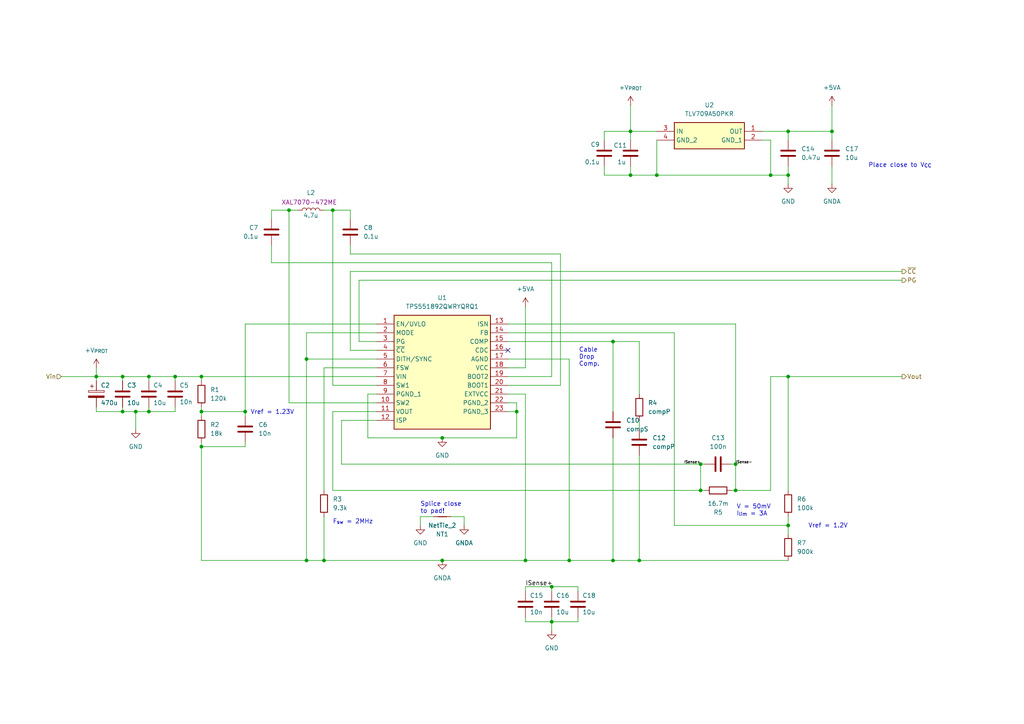
<source format=kicad_sch>
(kicad_sch (version 20250114) (generator "eeschema") (generator_version "9.0")
  (paper "A4")
  (lib_symbols
    (symbol "Device:C" (pin_numbers (hide yes)) (pin_names (offset 0.254))
      (property "Reference" "C" (at 0.635 2.54 0))
      (property "Value" "C" (at 0.635 -2.54 0))
      (symbol "C_0_1"
        (polyline (pts (xy -2.032 0.762) (xy 2.032 0.762)) (stroke (width 0.508)))
        (polyline (pts (xy -2.032 -0.762) (xy 2.032 -0.762)) (stroke (width 0.508)))
      )
      (symbol "C_1_1"
        (pin passive line (at 0 3.81 270) (length 2.794) (name "~") (number "1"))
        (pin passive line (at 0 -3.81 90) (length 2.794) (name "~") (number "2"))
      )
    )
    (symbol "Device:C_Polarized" (pin_numbers (hide yes)) (pin_names (offset 0.254))
      (property "Reference" "C" (at 0.635 2.54 0))
      (property "Value" "C_Polarized" (at 0.635 -2.54 0))
      (symbol "C_Polarized_0_1"
        (rectangle (start -2.286 0.508) (end 2.286 1.016))
        (polyline (pts (xy -1.778 2.286) (xy -0.762 2.286)))
        (polyline (pts (xy -1.27 2.794) (xy -1.27 1.778)))
        (rectangle (start 2.286 -0.508) (end -2.286 -1.016) (fill (type outline)))
      )
      (symbol "C_Polarized_1_1"
        (pin passive line (at 0 3.81 270) (length 2.794) (name "~") (number "1"))
        (pin passive line (at 0 -3.81 90) (length 2.794) (name "~") (number "2"))
      )
    )
    (symbol "Device:L" (pin_numbers (hide yes)) (pin_names (offset 1.016) (hide yes))
      (property "Reference" "L" (at -1.27 0 90))
      (property "Value" "L" (at 1.905 0 90))
      (symbol "L_0_1"
        (arc (start 0 2.54) (mid 0.6323 1.905) (end 0 1.27))
        (arc (start 0 1.27) (mid 0.6323 0.635) (end 0 0))
        (arc (start 0 0) (mid 0.6323 -0.635) (end 0 -1.27))
        (arc (start 0 -1.27) (mid 0.6323 -1.905) (end 0 -2.54))
      )
      (symbol "L_1_1"
        (pin passive line (at 0 3.81 270) (length 1.27) (name "1") (number "1"))
        (pin passive line (at 0 -3.81 90) (length 1.27) (name "2") (number "2"))
      )
    )
    (symbol "Device:NetTie_2" (pin_numbers (hide yes)) (pin_names (offset 0) (hide yes)) (in_bom no)
      (property "Reference" "NT" (at 0 1.27 0))
      (property "Value" "NetTie_2" (at 0 -1.27 0))
      (symbol "NetTie_2_0_1"
        (polyline (pts (xy -1.27 0) (xy 1.27 0)) (stroke (width 0.254)))
      )
      (symbol "NetTie_2_1_1"
        (pin passive line (at -2.54 0 0) (length 2.54) (name "1") (number "1"))
        (pin passive line (at 2.54 0 180) (length 2.54) (name "2") (number "2"))
      )
    )
    (symbol "Device:R" (pin_numbers (hide yes)) (pin_names (offset 0))
      (property "Reference" "R" (at 2.032 0 90))
      (property "Value" "R" (at 0 0 90))
      (symbol "R_0_1"
        (rectangle (start -1.016 -2.54) (end 1.016 2.54) (stroke (width 0.254)))
      )
      (symbol "R_1_1"
        (pin passive line (at 0 3.81 270) (length 1.27) (name "~") (number "1"))
        (pin passive line (at 0 -3.81 90) (length 1.27) (name "~") (number "2"))
      )
    )
    (symbol "SamacSys:TLV70950PKR"
      (property "Reference" "IC" (at 26.67 7.62 0))
      (property "Value" "TLV70950PKR" (at 26.67 5.08 0))
      (symbol "TLV70950PKR_1_1"
        (rectangle (start 5.08 2.54) (end 25.4 -5.08) (stroke (width 0.254)) (fill (type background)))
        (pin passive line (at 0 0 0) (length 5.08) (name "OUT") (number "1"))
        (pin passive line (at 0 -2.54 0) (length 5.08) (name "GND_1") (number "2"))
        (pin passive line (at 30.48 0 180) (length 5.08) (name "IN") (number "3"))
        (pin passive line (at 30.48 -2.54 180) (length 5.08) (name "GND_2") (number "4"))
      )
    )
    (symbol "SamacSys:TPS551892QWRYQRQ1"
      (property "Reference" "IC" (at 34.29 7.62 0))
      (property "Value" "TPS551892QWRYQRQ1" (at 34.29 5.08 0))
      (symbol "TPS551892QWRYQRQ1_1_1"
        (rectangle (start 5.08 2.54) (end 33.02 -30.48) (stroke (width 0.254)) (fill (type background)))
        (pin passive line (at 0 0 0) (length 5.08) (name "EN/UVLO") (number "1"))
        (pin passive line (at 0 -2.54 0) (length 5.08) (name "MODE") (number "2"))
        (pin passive line (at 0 -5.08 0) (length 5.08) (name "PG") (number "3"))
        (pin passive line (at 0 -7.62 0) (length 5.08) (name "~{CC}") (number "4"))
        (pin passive line (at 0 -10.16 0) (length 5.08) (name "DITH/SYNC") (number "5"))
        (pin passive line (at 0 -12.7 0) (length 5.08) (name "FSW") (number "6"))
        (pin passive line (at 0 -15.24 0) (length 5.08) (name "VIN") (number "7"))
        (pin passive line (at 0 -17.78 0) (length 5.08) (name "SW1") (number "8"))
        (pin passive line (at 0 -20.32 0) (length 5.08) (name "PGND_1") (number "9"))
        (pin passive line (at 0 -22.86 0) (length 5.08) (name "SW2") (number "10"))
        (pin passive line (at 0 -25.4 0) (length 5.08) (name "VOUT") (number "11"))
        (pin passive line (at 0 -27.94 0) (length 5.08) (name "ISP") (number "12"))
        (pin passive line (at 38.1 0 180) (length 5.08) (name "ISN") (number "13"))
        (pin passive line (at 38.1 -2.54 180) (length 5.08) (name "FB") (number "14"))
        (pin passive line (at 38.1 -5.08 180) (length 5.08) (name "COMP") (number "15"))
        (pin passive line (at 38.1 -7.62 180) (length 5.08) (name "CDC") (number "16"))
        (pin passive line (at 38.1 -10.16 180) (length 5.08) (name "AGND") (number "17"))
        (pin passive line (at 38.1 -12.7 180) (length 5.08) (name "VCC") (number "18"))
        (pin passive line (at 38.1 -15.24 180) (length 5.08) (name "BOOT2") (number "19"))
        (pin passive line (at 38.1 -17.78 180) (length 5.08) (name "BOOT1") (number "20"))
        (pin passive line (at 38.1 -20.32 180) (length 5.08) (name "EXTVCC") (number "21"))
        (pin passive line (at 38.1 -22.86 180) (length 5.08) (name "PGND_2") (number "22"))
        (pin passive line (at 38.1 -25.4 180) (length 5.08) (name "PGND_3") (number "23"))
      )
    )
    (symbol "power:+5VA" (power) (pin_numbers (hide yes)) (pin_names (offset 0) (hide yes))
      (property "Value" "+5VA" (at 0 3.556 0))
      (symbol "+5VA_0_1"
        (polyline (pts (xy -0.762 1.27) (xy 0 2.54)))
        (polyline (pts (xy 0 2.54) (xy 0.762 1.27)))
        (polyline (pts (xy 0 0) (xy 0 2.54)))
      )
      (symbol "+5VA_1_1"
        (pin power_in line (at 0 0 90) (length 0) (name "~") (number "1"))
      )
    )
    (symbol "power:GND" (power) (pin_numbers (hide yes)) (pin_names (offset 0) (hide yes))
      (property "Value" "GND" (at 0 -3.81 0))
      (symbol "GND_0_1"
        (polyline (pts (xy 0 0) (xy 0 -1.27) (xy 1.27 -1.27) (xy 0 -2.54) (xy -1.27 -1.27) (xy 0 -1.27)))
      )
      (symbol "GND_1_1"
        (pin power_in line (at 0 0 270) (length 0) (name "~") (number "1"))
      )
    )
    (symbol "power:VCC" (power) (pin_numbers (hide yes)) (pin_names (offset 0) (hide yes))
      (property "Value" "VCC" (at 0 3.556 0))
      (symbol "VCC_0_1"
        (polyline (pts (xy -0.762 1.27) (xy 0 2.54)))
        (polyline (pts (xy 0 2.54) (xy 0.762 1.27)))
        (polyline (pts (xy 0 0) (xy 0 2.54)))
      )
      (symbol "VCC_1_1"
        (pin power_in line (at 0 0 90) (length 0) (name "~") (number "1"))
      )
    )
  )
  (text "Splice close\nto pad!" (at 121.92 147.32 0) (effects (font (size 1.27 1.27)) (justify left)))
  (text "F_{sw} = 2MHz" (at 102.362 151.384 0) (effects (font (size 1.27 1.27))))
  (text "V = 50mV\nI_{lim} = 3A" (at 213.614 146.304 0) (effects (font (size 1.27 1.27)) (justify left top)))
  (text "Vref = 1.2V" (at 240.1704 152.5704 0) (effects (font (size 1.27 1.27))))
  (text "Cable\nDrop\nComp." (at 167.894 100.838 0) (effects (font (size 1.27 1.27)) (justify left top)))
  (text "Place close to V_{CC}" (at 251.841 48.006 0) (effects (font (size 1.27 1.27)) (justify left)))
  (text "Vref = 1.23V" (at 78.994 119.634 0) (effects (font (size 1.27 1.27))))
  (junction (at 160.02 180.34))
  (junction (at 228.6 152.4))
  (junction (at 213.36 134.62))
  (junction (at 35.56 109.22))
  (junction (at 58.42 129.54))
  (junction (at 39.37 119.38))
  (junction (at 149.86 119.38))
  (junction (at 203.2 134.62))
  (junction (at 182.88 50.8))
  (junction (at 71.12 119.38))
  (junction (at 177.8 99.06))
  (junction (at 43.18 109.22))
  (junction (at 83.82 60.96))
  (junction (at 128.27 127))
  (junction (at 152.4 162.56))
  (junction (at 185.42 162.56))
  (junction (at 177.8 162.56))
  (junction (at 27.94 109.22))
  (junction (at 228.6 50.8))
  (junction (at 223.52 50.8))
  (junction (at 160.02 170.18))
  (junction (at 88.9 104.14))
  (junction (at 58.42 109.22))
  (junction (at 128.27 162.56))
  (junction (at 58.42 119.38))
  (junction (at 50.8 109.22))
  (junction (at 35.56 119.38))
  (junction (at 43.18 119.38))
  (junction (at 203.2 142.24))
  (junction (at 228.6 109.22))
  (junction (at 93.98 162.56))
  (junction (at 88.9 162.56))
  (junction (at 96.52 60.96))
  (junction (at 165.1 162.56))
  (junction (at 190.5 50.8))
  (junction (at 213.36 142.24))
  (junction (at 182.88 38.1))
  (junction (at 241.3 38.1))
  (junction (at 228.6 38.1))
  (no_connect (at 147.32 101.6))
  (wire (pts (xy 50.8 109.22) (xy 58.42 109.22)))
  (wire (pts (xy 190.5 50.8) (xy 223.52 50.8)))
  (wire (pts (xy 109.22 111.76) (xy 96.52 111.76)))
  (wire (pts (xy 96.52 119.38) (xy 96.52 142.24)))
  (wire (pts (xy 175.26 48.26) (xy 175.26 50.8)))
  (wire (pts (xy 213.36 93.98) (xy 213.36 134.62)))
  (wire (pts (xy 109.22 96.52) (xy 88.9 96.52)))
  (wire (pts (xy 228.6 48.26) (xy 228.6 50.8)))
  (wire (pts (xy 195.58 96.52) (xy 195.58 152.4)))
  (wire (pts (xy 165.1 104.14) (xy 165.1 162.56)))
  (wire (pts (xy 71.12 129.54) (xy 58.42 129.54)))
  (wire (pts (xy 185.42 121.92) (xy 185.42 124.46)))
  (wire (pts (xy 147.32 96.52) (xy 195.58 96.52)))
  (wire (pts (xy 152.4 170.18) (xy 160.02 170.18)))
  (wire (pts (xy 228.6 53.34) (xy 228.6 50.8)))
  (wire (pts (xy 162.56 73.66) (xy 162.56 111.76)))
  (wire (pts (xy 99.06 134.62) (xy 203.2 134.62)))
  (wire (pts (xy 58.42 118.11) (xy 58.42 119.38)))
  (wire (pts (xy 93.98 60.96) (xy 96.52 60.96)))
  (wire (pts (xy 109.22 93.98) (xy 71.12 93.98)))
  (wire (pts (xy 220.98 40.64) (xy 223.52 40.64)))
  (wire (pts (xy 175.26 38.1) (xy 175.26 40.64)))
  (wire (pts (xy 152.4 180.34) (xy 160.02 180.34)))
  (wire (pts (xy 101.6 71.12) (xy 101.6 73.66)))
  (wire (pts (xy 160.02 170.18) (xy 167.64 170.18)))
  (wire (pts (xy 78.74 63.5) (xy 78.74 60.96)))
  (wire (pts (xy 101.6 63.5) (xy 101.6 60.96)))
  (wire (pts (xy 17.78 109.22) (xy 27.94 109.22)))
  (wire (pts (xy 128.27 162.56) (xy 152.4 162.56)))
  (wire (pts (xy 223.52 40.64) (xy 223.52 50.8)))
  (wire (pts (xy 182.88 48.26) (xy 182.88 50.8)))
  (wire (pts (xy 228.6 162.56) (xy 185.42 162.56)))
  (wire (pts (xy 121.92 149.86) (xy 121.92 152.4)))
  (wire (pts (xy 88.9 104.14) (xy 88.9 162.56)))
  (wire (pts (xy 228.6 109.22) (xy 228.6 142.24)))
  (wire (pts (xy 71.12 128.27) (xy 71.12 129.54)))
  (wire (pts (xy 109.22 106.68) (xy 93.98 106.68)))
  (wire (pts (xy 152.4 170.18) (xy 152.4 171.45)))
  (wire (pts (xy 223.52 109.22) (xy 228.6 109.22)))
  (wire (pts (xy 50.8 118.11) (xy 50.8 119.38)))
  (wire (pts (xy 43.18 118.11) (xy 43.18 119.38)))
  (wire (pts (xy 228.6 109.22) (xy 261.62 109.22)))
  (wire (pts (xy 130.81 149.86) (xy 134.62 149.86)))
  (wire (pts (xy 147.32 106.68) (xy 152.4 106.68)))
  (wire (pts (xy 212.09 142.24) (xy 213.36 142.24)))
  (wire (pts (xy 128.27 127) (xy 106.68 127)))
  (wire (pts (xy 160.02 179.07) (xy 160.02 180.34)))
  (wire (pts (xy 177.8 127) (xy 177.8 162.56)))
  (wire (pts (xy 93.98 149.86) (xy 93.98 162.56)))
  (wire (pts (xy 78.74 60.96) (xy 83.82 60.96)))
  (wire (pts (xy 213.36 142.24) (xy 223.52 142.24)))
  (wire (pts (xy 35.56 119.38) (xy 27.94 119.38)))
  (wire (pts (xy 109.22 121.92) (xy 99.06 121.92)))
  (wire (pts (xy 228.6 149.86) (xy 228.6 152.4)))
  (wire (pts (xy 160.02 180.34) (xy 167.64 180.34)))
  (wire (pts (xy 109.22 99.06) (xy 104.14 99.06)))
  (wire (pts (xy 78.74 76.2) (xy 160.02 76.2)))
  (wire (pts (xy 223.52 50.8) (xy 228.6 50.8)))
  (wire (pts (xy 177.8 99.06) (xy 177.8 119.38)))
  (wire (pts (xy 228.6 38.1) (xy 241.3 38.1)))
  (wire (pts (xy 96.52 60.96) (xy 96.52 111.76)))
  (wire (pts (xy 147.32 104.14) (xy 165.1 104.14)))
  (wire (pts (xy 149.86 116.84) (xy 149.86 119.38)))
  (wire (pts (xy 134.62 152.4) (xy 134.62 149.86)))
  (wire (pts (xy 93.98 162.56) (xy 128.27 162.56)))
  (wire (pts (xy 228.6 38.1) (xy 228.6 40.64)))
  (wire (pts (xy 147.32 119.38) (xy 149.86 119.38)))
  (wire (pts (xy 177.8 162.56) (xy 185.42 162.56)))
  (wire (pts (xy 35.56 109.22) (xy 35.56 110.49)))
  (wire (pts (xy 88.9 162.56) (xy 93.98 162.56)))
  (wire (pts (xy 39.37 119.38) (xy 43.18 119.38)))
  (wire (pts (xy 106.68 114.3) (xy 106.68 127)))
  (wire (pts (xy 220.98 38.1) (xy 228.6 38.1)))
  (wire (pts (xy 147.32 99.06) (xy 177.8 99.06)))
  (wire (pts (xy 35.56 109.22) (xy 43.18 109.22)))
  (wire (pts (xy 101.6 73.66) (xy 162.56 73.66)))
  (wire (pts (xy 58.42 162.56) (xy 88.9 162.56)))
  (wire (pts (xy 182.88 50.8) (xy 190.5 50.8)))
  (wire (pts (xy 152.4 179.07) (xy 152.4 180.34)))
  (wire (pts (xy 43.18 119.38) (xy 50.8 119.38)))
  (wire (pts (xy 104.14 99.06) (xy 104.14 81.28)))
  (wire (pts (xy 212.09 134.62) (xy 213.36 134.62)))
  (wire (pts (xy 101.6 78.74) (xy 101.6 101.6)))
  (wire (pts (xy 39.37 119.38) (xy 39.37 124.46)))
  (wire (pts (xy 160.02 76.2) (xy 160.02 109.22)))
  (wire (pts (xy 101.6 60.96) (xy 96.52 60.96)))
  (wire (pts (xy 167.64 170.18) (xy 167.64 171.45)))
  (wire (pts (xy 203.2 134.62) (xy 203.2 142.24)))
  (wire (pts (xy 71.12 93.98) (xy 71.12 119.38)))
  (wire (pts (xy 190.5 40.64) (xy 190.5 50.8)))
  (wire (pts (xy 58.42 129.54) (xy 58.42 162.56)))
  (wire (pts (xy 241.3 30.48) (xy 241.3 38.1)))
  (wire (pts (xy 160.02 170.18) (xy 160.02 171.45)))
  (wire (pts (xy 160.02 109.22) (xy 147.32 109.22)))
  (wire (pts (xy 58.42 119.38) (xy 58.42 120.65)))
  (wire (pts (xy 160.02 182.88) (xy 160.02 180.34)))
  (wire (pts (xy 99.06 121.92) (xy 99.06 134.62)))
  (wire (pts (xy 83.82 60.96) (xy 86.36 60.96)))
  (wire (pts (xy 152.4 114.3) (xy 152.4 162.56)))
  (wire (pts (xy 149.86 127) (xy 128.27 127)))
  (wire (pts (xy 35.56 118.11) (xy 35.56 119.38)))
  (wire (pts (xy 147.32 93.98) (xy 213.36 93.98)))
  (wire (pts (xy 35.56 119.38) (xy 39.37 119.38)))
  (wire (pts (xy 213.36 134.62) (xy 213.36 142.24)))
  (wire (pts (xy 241.3 48.26) (xy 241.3 53.34)))
  (wire (pts (xy 88.9 96.52) (xy 88.9 104.14)))
  (wire (pts (xy 104.14 81.28) (xy 261.62 81.28)))
  (wire (pts (xy 43.18 109.22) (xy 50.8 109.22)))
  (wire (pts (xy 149.86 119.38) (xy 149.86 127)))
  (wire (pts (xy 152.4 88.9) (xy 152.4 106.68)))
  (wire (pts (xy 175.26 38.1) (xy 182.88 38.1)))
  (wire (pts (xy 58.42 109.22) (xy 109.22 109.22)))
  (wire (pts (xy 147.32 114.3) (xy 152.4 114.3)))
  (wire (pts (xy 58.42 109.22) (xy 58.42 110.49)))
  (wire (pts (xy 185.42 114.3) (xy 185.42 99.06)))
  (wire (pts (xy 203.2 134.62) (xy 204.47 134.62)))
  (wire (pts (xy 228.6 152.4) (xy 228.6 154.94)))
  (wire (pts (xy 27.94 118.11) (xy 27.94 119.38)))
  (wire (pts (xy 71.12 119.38) (xy 71.12 120.65)))
  (wire (pts (xy 50.8 109.22) (xy 50.8 110.49)))
  (wire (pts (xy 241.3 38.1) (xy 241.3 40.64)))
  (wire (pts (xy 78.74 71.12) (xy 78.74 76.2)))
  (wire (pts (xy 182.88 38.1) (xy 182.88 40.64)))
  (wire (pts (xy 27.94 109.22) (xy 35.56 109.22)))
  (wire (pts (xy 167.64 179.07) (xy 167.64 180.34)))
  (wire (pts (xy 223.52 142.24) (xy 223.52 109.22)))
  (wire (pts (xy 101.6 101.6) (xy 109.22 101.6)))
  (wire (pts (xy 109.22 114.3) (xy 106.68 114.3)))
  (wire (pts (xy 185.42 99.06) (xy 177.8 99.06)))
  (wire (pts (xy 121.92 149.86) (xy 125.73 149.86)))
  (wire (pts (xy 190.5 38.1) (xy 182.88 38.1)))
  (wire (pts (xy 58.42 128.27) (xy 58.42 129.54)))
  (wire (pts (xy 147.32 116.84) (xy 149.86 116.84)))
  (wire (pts (xy 203.2 142.24) (xy 204.47 142.24)))
  (wire (pts (xy 162.56 111.76) (xy 147.32 111.76)))
  (wire (pts (xy 165.1 162.56) (xy 177.8 162.56)))
  (wire (pts (xy 96.52 142.24) (xy 203.2 142.24)))
  (wire (pts (xy 109.22 116.84) (xy 83.82 116.84)))
  (wire (pts (xy 152.4 162.56) (xy 165.1 162.56)))
  (wire (pts (xy 58.42 119.38) (xy 71.12 119.38)))
  (wire (pts (xy 195.58 152.4) (xy 228.6 152.4)))
  (wire (pts (xy 175.26 50.8) (xy 182.88 50.8)))
  (wire (pts (xy 83.82 60.96) (xy 83.82 116.84)))
  (wire (pts (xy 93.98 106.68) (xy 93.98 142.24)))
  (wire (pts (xy 109.22 104.14) (xy 88.9 104.14)))
  (wire (pts (xy 182.88 30.48) (xy 182.88 38.1)))
  (wire (pts (xy 185.42 132.08) (xy 185.42 162.56)))
  (wire (pts (xy 27.94 106.68) (xy 27.94 109.22)))
  (wire (pts (xy 109.22 119.38) (xy 96.52 119.38)))
  (wire (pts (xy 261.62 78.74) (xy 101.6 78.74)))
  (wire (pts (xy 27.94 109.22) (xy 27.94 110.49)))
  (wire (pts (xy 43.18 109.22) (xy 43.18 110.49)))
  (label "ISense+" (at 152.4 170.18 0))
  (label "ISense-" (at 213.36 134.62 0) (effects (font (size 0.762 0.762))))
  (label "ISense+" (at 203.2 134.62 180) (effects (font (size 0.762 0.762))))
  (hierarchical_label "~{CC}" (shape output) (at 261.62 78.74 0))
  (hierarchical_label "Vin" (shape input) (at 17.78 109.22 180))
  (hierarchical_label "Vout" (shape output) (at 261.62 109.22 0))
  (hierarchical_label "PG" (shape output) (at 261.62 81.28 0))
  (symbol (lib_id "Device:R") (at 185.42 118.11 0) (unit 1)
    (property "Reference" "R4" (at 187.96 116.8399 0) (effects (justify left)))
    (property "Value" "compP" (at 187.96 119.3799 0) (effects (justify left)))
    (property "Footprint" "Resistor_SMD:R_0603_1608Metric" (effects (hide yes)))
    (property "Description" "Resistor" (effects (hide yes)))
  )
  (symbol (lib_id "Device:C") (at 160.02 175.26 180) (unit 1)
    (property "Reference" "C16" (at 161.29 172.72 0) (effects (justify right)))
    (property "Value" "10u" (at 161.29 177.546 0) (effects (justify right)))
    (property "Footprint" "Capacitor_SMD:C_0805_2012Metric" (effects (hide yes)))
    (property "Description" "Unpolarized capacitor" (effects (hide yes)))
  )
  (symbol (lib_id "power:+5VA") (at 152.4 88.9 0) (unit 1)
    (property "Reference" "#PWR014" (effects (hide yes)))
    (property "Value" "+5VA" (at 152.4 83.82 0))
    (property "Description" "Power symbol creates a global label with name \"+5VA\"" (effects (hide yes)))
  )
  (symbol (lib_id "Device:C") (at 152.4 175.26 180) (unit 1)
    (property "Reference" "C15" (at 153.67 172.72 0) (effects (justify right)))
    (property "Value" "10n" (at 153.67 177.546 0) (effects (justify right)))
    (property "Footprint" "Capacitor_SMD:C_0603_1608Metric" (effects (hide yes)))
    (property "Description" "Unpolarized capacitor" (effects (hide yes)))
  )
  (symbol (lib_id "Device:R") (at 208.28 142.24 270) (unit 1)
    (property "Reference" "R5" (at 208.28 148.59 90))
    (property "Value" "16.7m" (at 208.28 146.05 90))
    (property "Footprint" "Resistor_SMD:R_2512_6332Metric" (effects (hide yes)))
    (property "Description" "Resistor" (effects (hide yes)))
  )
  (symbol (lib_id "power:VCC") (at 27.94 106.68 0) (unit 1)
    (property "Reference" "#PWR08" (effects (hide yes)))
    (property "Value" "+V_{PROT}" (at 27.94 101.6 0))
    (property "Description" "Power symbol creates a global label with name \"VCC\"" (effects (hide yes)))
  )
  (symbol (lib_id "Device:C") (at 177.8 123.19 180) (unit 1)
    (property "Reference" "C10" (at 181.61 121.9199 0) (effects (justify right)))
    (property "Value" "compS" (at 181.61 124.4599 0) (effects (justify right)))
    (property "Footprint" "Capacitor_SMD:C_0603_1608Metric" (effects (hide yes)))
    (property "Description" "Unpolarized capacitor" (effects (hide yes)))
  )
  (symbol (lib_id "Device:C") (at 241.3 44.45 180) (unit 1)
    (property "Reference" "C17" (at 245.11 43.1799 0) (effects (justify right)))
    (property "Value" "10u" (at 245.11 45.7199 0) (effects (justify right)))
    (property "Footprint" "Capacitor_SMD:C_0805_2012Metric" (effects (hide yes)))
    (property "Description" "Unpolarized capacitor" (effects (hide yes)))
  )
  (symbol (lib_id "Device:C") (at 71.12 124.46 180) (unit 1)
    (property "Reference" "C6" (at 74.93 123.1899 0) (effects (justify right)))
    (property "Value" "10n" (at 74.93 125.7299 0) (effects (justify right)))
    (property "Footprint" "Capacitor_SMD:C_0603_1608Metric" (effects (hide yes)))
    (property "Description" "Unpolarized capacitor" (effects (hide yes)))
  )
  (symbol (lib_id "Device:R") (at 228.6 146.05 0) (unit 1)
    (property "Reference" "R6" (at 231.14 144.7799 0) (effects (justify left)))
    (property "Value" "100k" (at 231.14 147.3199 0) (effects (justify left)))
    (property "Footprint" "Resistor_SMD:R_0603_1608Metric" (effects (hide yes)))
    (property "Description" "Resistor" (effects (hide yes)))
  )
  (symbol (lib_id "Device:NetTie_2") (at 128.27 149.86 0) (unit 1) (in_bom no)
    (property "Reference" "NT1" (at 128.27 154.94 0))
    (property "Value" "NetTie_2" (at 128.27 152.4 0))
    (property "Footprint" "SUFST:NetTie_2mm_square" (effects (hide yes)))
    (property "Description" "Net tie, 2 pins" (effects (hide yes)))
  )
  (symbol (lib_id "power:GND") (at 228.6 53.34 0) (unit 1)
    (property "Reference" "#PWR018" (effects (hide yes)))
    (property "Value" "GND" (at 228.6 58.42 0))
    (property "Description" "Power symbol creates a global label with name \"GND\" , ground" (effects (hide yes)))
  )
  (symbol (lib_id "SamacSys:TPS551892QWRYQRQ1") (at 109.22 93.98 0) (unit 1)
    (property "Reference" "U1" (at 128.27 86.36 0))
    (property "Value" "TPS551892QWRYQRQ1" (at 128.27 88.9 0))
    (property "Footprint" "SamacSys:TPS552892QWRYQRQ1" (effects (hide yes)))
    (property "Datasheet" "https://www.ti.com/lit/ds/symlink/tps551892-q1.pdf?ts=1728154723840&ref_url=https%253A%252F%252Fwww.ti.com%252Fpower-management%252Facdc-dcdc-converters%252Fproducts.html" (effects (hide yes)))
    (property "Description" "Switching Voltage Regulators Automotive, 27V 8A fully integrated buck-boost converter" (effects (hide yes)))
    (property "Height" "1" (effects (hide yes)))
    (property "Mouser Part Number" "595-TPS551892QWRYRQ1" (effects (hide yes)))
    (property "Mouser Price/Stock" "https://www.mouser.co.uk/ProductDetail/Texas-Instruments/TPS551892QWRYQRQ1?qs=IKkN%2F947nfCgm0ctjvhMqQ%3D%3D" (effects (hide yes)))
    (property "Manufacturer_Name" "Texas Instruments" (effects (hide yes)))
    (property "Manufacturer_Part_Number" "TPS551892QWRYQRQ1" (effects (hide yes)))
  )
  (symbol (lib_id "Device:C") (at 208.28 134.62 270) (unit 1)
    (property "Reference" "C13" (at 208.28 127 90))
    (property "Value" "100n" (at 208.28 129.54 90))
    (property "Footprint" "Capacitor_SMD:C_0603_1608Metric" (effects (hide yes)))
    (property "Description" "Unpolarized capacitor" (effects (hide yes)))
  )
  (symbol (lib_id "Device:R") (at 58.42 114.3 0) (unit 1)
    (property "Reference" "R1" (at 60.96 113.0299 0) (effects (justify left)))
    (property "Value" "120k" (at 60.96 115.5699 0) (effects (justify left)))
    (property "Footprint" "Resistor_SMD:R_0603_1608Metric" (effects (hide yes)))
    (property "Description" "Resistor" (effects (hide yes)))
  )
  (symbol (lib_id "power:VCC") (at 182.88 30.48 0) (unit 1)
    (property "Reference" "#PWR015" (effects (hide yes)))
    (property "Value" "+V_{PROT}" (at 182.88 25.4 0))
    (property "Description" "Power symbol creates a global label with name \"VCC\"" (effects (hide yes)))
  )
  (symbol (lib_id "power:GND") (at 241.3 53.34 0) (unit 1)
    (property "Reference" "#PWR019" (effects (hide yes)))
    (property "Value" "GNDA" (at 241.3 58.42 0))
    (property "Description" "Power symbol creates a global label with name \"GND\" , ground" (effects (hide yes)))
  )
  (symbol (lib_id "power:GND") (at 134.62 152.4 0) (unit 1)
    (property "Reference" "#PWR013" (effects (hide yes)))
    (property "Value" "GNDA" (at 134.62 157.48 0))
    (property "Description" "Power symbol creates a global label with name \"GND\" , ground" (effects (hide yes)))
  )
  (symbol (lib_id "power:GND") (at 128.27 127 0) (unit 1)
    (property "Reference" "#PWR011" (effects (hide yes)))
    (property "Value" "GND" (at 128.27 132.08 0))
    (property "Description" "Power symbol creates a global label with name \"GND\" , ground" (effects (hide yes)))
  )
  (symbol (lib_id "power:GND") (at 121.92 152.4 0) (unit 1)
    (property "Reference" "#PWR010" (effects (hide yes)))
    (property "Value" "GND" (at 121.92 157.48 0))
    (property "Description" "Power symbol creates a global label with name \"GND\" , ground" (effects (hide yes)))
  )
  (symbol (lib_id "Device:C") (at 78.74 67.31 0) (mirror x) (unit 1)
    (property "Reference" "C7" (at 74.93 66.0399 0) (effects (justify right)))
    (property "Value" "0.1u" (at 74.93 68.5799 0) (effects (justify right)))
    (property "Footprint" "Capacitor_SMD:C_0603_1608Metric" (effects (hide yes)))
    (property "Description" "Unpolarized capacitor" (effects (hide yes)))
  )
  (symbol (lib_id "Device:C") (at 182.88 44.45 0) (mirror x) (unit 1)
    (property "Reference" "C11" (at 181.864 42.164 0) (effects (justify right)))
    (property "Value" "1u" (at 181.61 46.99 0) (effects (justify right)))
    (property "Footprint" "Capacitor_SMD:C_0603_1608Metric" (effects (hide yes)))
    (property "Description" "Unpolarized capacitor" (effects (hide yes)))
  )
  (symbol (lib_id "power:+5VA") (at 241.3 30.48 0) (unit 1)
    (property "Reference" "#PWR017" (effects (hide yes)))
    (property "Value" "+5VA" (at 241.3 25.4 0))
    (property "Description" "Power symbol creates a global label with name \"+5VA\"" (effects (hide yes)))
  )
  (symbol (lib_id "Device:C") (at 228.6 44.45 180) (unit 1)
    (property "Reference" "C14" (at 232.41 43.1799 0) (effects (justify right)))
    (property "Value" "0.47u" (at 232.41 45.7199 0) (effects (justify right)))
    (property "Footprint" "Capacitor_SMD:C_0603_1608Metric" (effects (hide yes)))
    (property "Description" "Unpolarized capacitor" (effects (hide yes)))
  )
  (symbol (lib_id "Device:C") (at 185.42 128.27 180) (unit 1)
    (property "Reference" "C12" (at 189.23 126.9999 0) (effects (justify right)))
    (property "Value" "compP" (at 189.23 129.5399 0) (effects (justify right)))
    (property "Footprint" "Capacitor_SMD:C_0603_1608Metric" (effects (hide yes)))
    (property "Description" "Unpolarized capacitor" (effects (hide yes)))
  )
  (symbol (lib_id "Device:C") (at 50.8 114.3 180) (unit 1)
    (property "Reference" "C5" (at 52.07 111.76 0) (effects (justify right)))
    (property "Value" "10n" (at 52.07 116.586 0) (effects (justify right)))
    (property "Footprint" "Capacitor_SMD:C_0603_1608Metric" (effects (hide yes)))
    (property "Description" "Unpolarized capacitor" (effects (hide yes)))
  )
  (symbol (lib_id "SamacSys:TLV70950PKR") (at 220.98 38.1 0) (mirror y) (unit 1)
    (property "Reference" "U2" (at 205.74 30.48 0))
    (property "Value" "TLV709A50PKR" (at 205.74 33.02 0))
    (property "Footprint" "SamacSys:TL431AQPKG3" (effects (hide yes)))
    (property "Datasheet" "https://www.ti.com/lit/gpn/tlv709" (effects (hide yes)))
    (property "Description" "LDO Voltage Regulators 150-mA 30-V low-dropout (LDO) linear regulator with 3.2- A supply current" (effects (hide yes)))
    (property "Height" "1.6" (effects (hide yes)))
    (property "Mouser Part Number" "595-TLV70950PKR" (effects (hide yes)))
    (property "Mouser Price/Stock" "https://www.mouser.co.uk/ProductDetail/Texas-Instruments/TLV70950PKR?qs=dbcCsuKDzFU3yYGsVf2izQ%3D%3D" (effects (hide yes)))
    (property "Manufacturer_Name" "Texas Instruments" (effects (hide yes)))
    (property "Manufacturer_Part_Number" "TLV70950PKR" (effects (hide yes)))
  )
  (symbol (lib_id "Device:C") (at 175.26 44.45 0) (mirror x) (unit 1)
    (property "Reference" "C9" (at 173.99 41.91 0) (effects (justify right)))
    (property "Value" "0.1u" (at 173.99 46.99 0) (effects (justify right)))
    (property "Footprint" "Capacitor_SMD:C_0603_1608Metric" (effects (hide yes)))
    (property "Description" "Unpolarized capacitor" (effects (hide yes)))
  )
  (symbol (lib_id "Device:C_Polarized") (at 27.94 114.3 0) (unit 1)
    (property "Reference" "C2" (at 29.21 111.76 0) (effects (justify left)))
    (property "Value" "470u" (at 29.21 116.84 0) (effects (justify left)))
    (property "Footprint" "Capacitor_THT:CP_Radial_D10.0mm_P5.00mm" (effects (hide yes)))
    (property "Description" "Polarized capacitor" (effects (hide yes)))
  )
  (symbol (lib_id "Device:C") (at 43.18 114.3 180) (unit 1)
    (property "Reference" "C4" (at 44.45 111.76 0) (effects (justify right)))
    (property "Value" "10u" (at 44.45 116.84 0) (effects (justify right)))
    (property "Footprint" "Capacitor_SMD:C_0805_2012Metric" (effects (hide yes)))
    (property "Description" "Unpolarized capacitor" (effects (hide yes)))
  )
  (symbol (lib_id "Device:R") (at 93.98 146.05 0) (unit 1)
    (property "Reference" "R3" (at 96.52 144.7799 0) (effects (justify left)))
    (property "Value" "9.3k" (at 96.52 147.3199 0) (effects (justify left)))
    (property "Footprint" "Resistor_SMD:R_0603_1608Metric" (effects (hide yes)))
    (property "Description" "Resistor" (effects (hide yes)))
  )
  (symbol (lib_id "Device:C") (at 35.56 114.3 180) (unit 1)
    (property "Reference" "C3" (at 36.83 111.76 0) (effects (justify right)))
    (property "Value" "10u" (at 36.83 116.84 0) (effects (justify right)))
    (property "Footprint" "Capacitor_SMD:C_0805_2012Metric" (effects (hide yes)))
    (property "Description" "Unpolarized capacitor" (effects (hide yes)))
  )
  (symbol (lib_id "power:GND") (at 39.37 124.46 0) (unit 1)
    (property "Reference" "#PWR09" (effects (hide yes)))
    (property "Value" "GND" (at 39.37 129.54 0))
    (property "Description" "Power symbol creates a global label with name \"GND\" , ground" (effects (hide yes)))
  )
  (symbol (lib_id "power:GND") (at 128.27 162.56 0) (unit 1)
    (property "Reference" "#PWR012" (effects (hide yes)))
    (property "Value" "GNDA" (at 128.27 167.64 0))
    (property "Description" "Power symbol creates a global label with name \"GND\" , ground" (effects (hide yes)))
  )
  (symbol (lib_id "Device:L") (at 90.17 60.96 90) (unit 1)
    (property "Reference" "L2" (at 90.17 55.88 90))
    (property "Value" "4.7u" (at 90.17 62.484 90))
    (property "Footprint" "Inductor_SMD:L_Coilcraft_XAL7070-XXX" (effects (hide yes)))
    (property "Description" "Inductor" (effects (hide yes)))
    (property "P/N" "XAL7070-472ME " (at 90.17 58.674 90))
  )
  (symbol (lib_id "power:GND") (at 160.02 182.88 0) (unit 1)
    (property "Reference" "#PWR016" (effects (hide yes)))
    (property "Value" "GND" (at 160.02 187.96 0))
    (property "Description" "Power symbol creates a global label with name \"GND\" , ground" (effects (hide yes)))
  )
  (symbol (lib_id "Device:C") (at 101.6 67.31 180) (unit 1)
    (property "Reference" "C8" (at 105.41 66.0399 0) (effects (justify right)))
    (property "Value" "0.1u" (at 105.41 68.5799 0) (effects (justify right)))
    (property "Footprint" "Capacitor_SMD:C_0603_1608Metric" (effects (hide yes)))
    (property "Description" "Unpolarized capacitor" (effects (hide yes)))
  )
  (symbol (lib_id "Device:R") (at 228.6 158.75 0) (unit 1)
    (property "Reference" "R7" (at 231.14 157.4799 0) (effects (justify left)))
    (property "Value" "900k" (at 231.14 160.0199 0) (effects (justify left)))
    (property "Footprint" "Resistor_SMD:R_0603_1608Metric" (effects (hide yes)))
    (property "Description" "Resistor" (effects (hide yes)))
  )
  (symbol (lib_id "Device:R") (at 58.42 124.46 0) (unit 1)
    (property "Reference" "R2" (at 60.96 123.1899 0) (effects (justify left)))
    (property "Value" "18k" (at 60.96 125.7299 0) (effects (justify left)))
    (property "Footprint" "Resistor_SMD:R_0603_1608Metric" (effects (hide yes)))
    (property "Description" "Resistor" (effects (hide yes)))
  )
  (symbol (lib_id "Device:C") (at 167.64 175.26 180) (unit 1)
    (property "Reference" "C18" (at 168.91 172.72 0) (effects (justify right)))
    (property "Value" "10u" (at 168.91 177.546 0) (effects (justify right)))
    (property "Footprint" "Capacitor_SMD:C_0805_2012Metric" (effects (hide yes)))
    (property "Description" "Unpolarized capacitor" (effects (hide yes)))
  )
)
</source>
